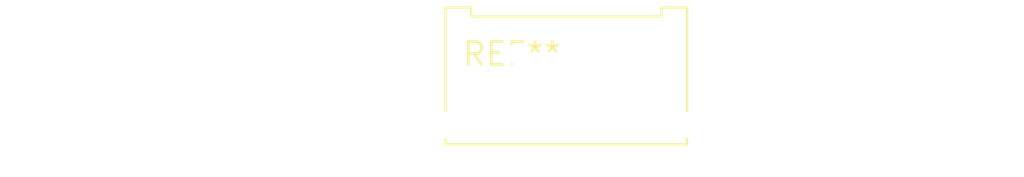
<source format=kicad_pcb>
(kicad_pcb (version 20240108) (generator pcbnew)
  (layers (0 "F.Cu" signal) (31 "B.Cu" signal) (34 "B.Paste" user) (35 "F.Paste" user) (36 "B.SilkS" user "B.Silkscreen") (37 "F.SilkS" user "F.Silkscreen") (38 "B.Mask" user) (39 "F.Mask" user) (44 "Edge.Cuts" user))
  (net 0 "")
  (footprint "Molex_Micro-Fit_3.0_43045-0612_2x03_P3.00mm_Vertical" (layer "F.Cu") (at 0 0)
    (property "Reference" "REF**")
    (property "Value" "Molex_Micro-Fit_3.0_43045-0612_2x03_P3.00mm_Vertical")
    (fp_line (start -3.685 -2.58) (end -2.265 -2.58) (layer "F.SilkS") (stroke (width 0.12)))
    (fp_line (start -3.685 3.17) (end -3.685 -2.58) (layer "F.SilkS") (stroke (width 0.12)))
    (fp_line (start -3.685 4.71) (end -3.685 5.01) (layer "F.SilkS") (stroke (width 0.12)))
    (fp_line (start -3.685 5.01) (end 9.685 5.01) (layer "F.SilkS") (stroke (width 0.12)))
    (fp_line (start -2.265 -2.58) (end -2.265 -2.08) (layer "F.SilkS") (stroke (width 0.12)))
    (fp_line (start -2.265 -2.08) (end 8.265 -2.08) (layer "F.SilkS") (stroke (width 0.12)))
    (fp_line (start 8.265 -2.58) (end 9.685 -2.58) (layer "F.SilkS") (stroke (width 0.12)))
    (fp_line (start 8.265 -2.08) (end 8.265 -2.58) (layer "F.SilkS") (stroke (width 0.12)))
    (fp_line (start 9.685 -2.58) (end 9.685 3.17) (layer "F.SilkS") (stroke (width 0.12)))
    (fp_line (start 9.685 5.01) (end 9.685 4.71) (layer "F.SilkS") (stroke (width 0.12)))
    (pad "" np_thru_hole circle (at -3 3.94) (size 1.02 1.02) (drill 1.02) (layers *.Cu *.Mask))
    (pad "" np_thru_hole circle (at 9 3.94) (size 1.02 1.02) (drill 1.02) (layers *.Cu *.Mask))
    (pad "1" thru_hole roundrect (at 0 0) (size 1.5 1.5) (drill 1.02) (layers *.Cu *.Mask) (remove_unused_layers) (roundrect_rratio 0.166667))
    (pad "2" thru_hole circle (at 3 0) (size 1.5 1.5) (drill 1.02) (layers *.Cu *.Mask) (remove_unused_layers))
    (pad "3" thru_hole circle (at 6 0) (size 1.5 1.5) (drill 1.02) (layers *.Cu *.Mask) (remove_unused_layers))
    (pad "4" thru_hole circle (at 0 3) (size 1.5 1.5) (drill 1.02) (layers *.Cu *.Mask) (remove_unused_layers))
    (pad "5" thru_hole circle (at 3 3) (size 1.5 1.5) (drill 1.02) (layers *.Cu *.Mask) (remove_unused_layers))
    (pad "6" thru_hole circle (at 6 3) (size 1.5 1.5) (drill 1.02) (layers *.Cu *.Mask) (remove_unused_layers))
  )
)
</source>
